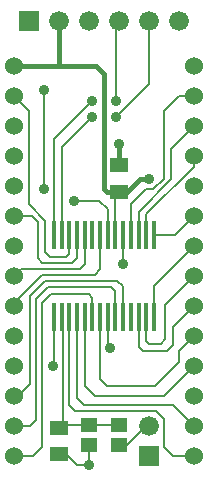
<source format=gtl>
%FSLAX25Y25*%
%MOIN*%
G70*
G01*
G75*
G04 Layer_Physical_Order=1*
G04 Layer_Color=255*
%ADD10R,0.05512X0.04921*%
%ADD11R,0.06102X0.04921*%
%ADD12R,0.01772X0.09449*%
%ADD13C,0.00700*%
%ADD14C,0.01500*%
%ADD15C,0.06600*%
%ADD16R,0.06600X0.06600*%
%ADD17C,0.06000*%
%ADD18R,0.06600X0.06600*%
%ADD19C,0.03600*%
D10*
X35000Y-126445D02*
D03*
Y-119555D02*
D03*
X25000D02*
D03*
Y-126445D02*
D03*
D11*
X15000Y-129429D02*
D03*
Y-120571D02*
D03*
X35000Y-33071D02*
D03*
Y-41929D02*
D03*
D12*
X13366Y-83780D02*
D03*
X15925D02*
D03*
X18484D02*
D03*
X21043D02*
D03*
X23602D02*
D03*
X26161D02*
D03*
X28721D02*
D03*
X31280D02*
D03*
X33839D02*
D03*
X36398D02*
D03*
X38957D02*
D03*
X41516D02*
D03*
X44075D02*
D03*
X46634D02*
D03*
X13366Y-56221D02*
D03*
X15925D02*
D03*
X18484D02*
D03*
X21043D02*
D03*
X23602D02*
D03*
X26161D02*
D03*
X28721D02*
D03*
X31280D02*
D03*
X33839D02*
D03*
X36398D02*
D03*
X38957D02*
D03*
X41516D02*
D03*
X44075D02*
D03*
X46634D02*
D03*
D13*
X55000Y-95000D02*
X60000Y-90000D01*
X55000Y-98500D02*
Y-95000D01*
X47000Y-106500D02*
X55000Y-98500D01*
X31000Y-106500D02*
X47000D01*
X60000Y-33500D02*
Y-30000D01*
X44075Y-49425D02*
X60000Y-33500D01*
X44075Y-56221D02*
Y-49425D01*
X52500Y-27500D02*
X60000Y-20000D01*
X52500Y-37500D02*
Y-27500D01*
X41516Y-48484D02*
X52500Y-37500D01*
X41516Y-56221D02*
Y-48484D01*
X55000Y-10000D02*
X60000D01*
X50000Y-15000D02*
X55000Y-10000D01*
X50000Y-37500D02*
Y-15000D01*
X46500Y-41000D02*
X50000Y-37500D01*
X44000Y-41000D02*
X46500D01*
X38957Y-46043D02*
X44000Y-41000D01*
X38957Y-56221D02*
Y-46043D01*
X15429Y-127429D02*
X21000Y-133000D01*
X36398Y-66102D02*
Y-56221D01*
X46634D02*
X53780D01*
X60000Y-50000D01*
X46634Y-83780D02*
Y-73366D01*
X60000Y-60000D01*
X31280Y-93279D02*
X32000Y-94000D01*
X31280Y-93279D02*
Y-83780D01*
X25000Y-133000D02*
Y-126500D01*
Y-133000D02*
X25429D01*
X21000D02*
X25000D01*
X0Y-10000D02*
X5000Y-15000D01*
Y-46000D02*
Y-15000D01*
Y-46000D02*
X10500Y-51500D01*
Y-62000D02*
Y-51500D01*
X20000Y-45000D02*
X28500D01*
X31280Y-47780D01*
Y-56221D02*
Y-47780D01*
X33839Y-43091D02*
X35000Y-41929D01*
X33839Y-56221D02*
Y-43091D01*
X13366Y-56221D02*
Y-24134D01*
X0Y-50000D02*
X6000D01*
X8000Y-52000D01*
Y-64000D02*
Y-52000D01*
Y-64000D02*
X9500Y-65500D01*
X19500D01*
X21043Y-63957D01*
Y-56221D01*
X18484Y-62516D02*
Y-56221D01*
X17500Y-63500D02*
X18484Y-62516D01*
X12000Y-63500D02*
X17500D01*
X10500Y-62000D02*
X12000Y-63500D01*
X23602Y-65898D02*
Y-56221D01*
X22000Y-67500D02*
X23602Y-65898D01*
X2500Y-67500D02*
X22000D01*
X0Y-70000D02*
X2500Y-67500D01*
X28721Y-67779D02*
Y-56221D01*
X27000Y-69500D02*
X28721Y-67779D01*
X9500Y-69500D02*
X27000D01*
X0Y-79000D02*
X9500Y-69500D01*
X0Y-80000D02*
Y-79000D01*
X9500D02*
X12500Y-76000D01*
X9500Y-127000D02*
Y-79000D01*
X6500Y-130000D02*
X9500Y-127000D01*
X7500Y-77500D02*
X11500Y-73500D01*
X7500Y-118000D02*
Y-77500D01*
X5500Y-120000D02*
X7500Y-118000D01*
X5500Y-76500D02*
X10500Y-71500D01*
X5500Y-106000D02*
Y-76500D01*
X1500Y-110000D02*
X5500Y-106000D01*
X13366Y-99866D02*
Y-83780D01*
X36398D02*
Y-73398D01*
X34500Y-71500D02*
X36398Y-73398D01*
X10500Y-71500D02*
X34500D01*
X0Y-110000D02*
X1500D01*
X33839Y-83780D02*
Y-74839D01*
X32500Y-73500D02*
X33839Y-74839D01*
X11500Y-73500D02*
X32500D01*
X0Y-120000D02*
X5500D01*
X26161Y-83780D02*
Y-77161D01*
X25000Y-76000D02*
X26161Y-77161D01*
X12500Y-76000D02*
X25000D01*
X0Y-130000D02*
X6500D01*
X28721Y-104220D02*
Y-83780D01*
Y-104220D02*
X31000Y-106500D01*
X23602Y-106602D02*
Y-97102D01*
Y-106602D02*
X27000Y-110000D01*
X50000D01*
X60000Y-100000D01*
X23602Y-97102D02*
Y-83780D01*
X21043Y-110543D02*
Y-83780D01*
Y-110543D02*
X23500Y-113000D01*
X53000D01*
X60000Y-120000D01*
X18484Y-112984D02*
Y-83780D01*
Y-112984D02*
X20500Y-115000D01*
X47500D01*
X50000Y-117500D01*
Y-127000D02*
Y-117500D01*
Y-127000D02*
X53000Y-130000D01*
X60000D01*
X37000Y-127000D02*
X45445Y-118555D01*
X35000Y-128445D02*
X36555D01*
X25500Y-119500D02*
X35500D01*
X18000D02*
X25165D01*
X16425Y-119646D02*
Y-83780D01*
X15000Y-120571D02*
X15925Y-119646D01*
X9000Y-8000D02*
X10000Y-9000D01*
Y-41000D02*
Y-9000D01*
X13366Y-24134D02*
X26000Y-11500D01*
X34000D02*
Y14000D01*
X35000Y15000D01*
X34000Y-17000D02*
X45000Y-6000D01*
Y15000D01*
X15925Y-56221D02*
Y-27075D01*
X22500Y-20500D01*
X26000Y-17000D01*
X50500Y-79500D02*
X60000Y-70000D01*
X50500Y-91000D02*
Y-79500D01*
X49000Y-92500D02*
X50500Y-91000D01*
X45000Y-92500D02*
X49000D01*
X44075Y-91575D02*
X45000Y-92500D01*
X44075Y-91575D02*
Y-83780D01*
X53000Y-87000D02*
X60000Y-80000D01*
X53000Y-93000D02*
Y-87000D01*
X51000Y-95000D02*
X53000Y-93000D01*
X43000Y-95000D02*
X51000D01*
X41516Y-93516D02*
X43000Y-95000D01*
X41516Y-93516D02*
Y-83780D01*
D14*
X42000Y-37500D02*
X45000D01*
X37571Y-41929D02*
X42000Y-37500D01*
X35000Y-41929D02*
X37571D01*
X35000Y-33071D02*
Y-26000D01*
X30000Y-41000D02*
Y-2500D01*
Y-41000D02*
X30929Y-41929D01*
X35000D01*
X27500Y0D02*
X30000Y-2500D01*
X15000Y500D02*
Y15000D01*
X0Y0D02*
X27500D01*
D15*
X45000Y15000D02*
D03*
X35000D02*
D03*
X25000D02*
D03*
X15000D02*
D03*
X55000D02*
D03*
X45000Y-120000D02*
D03*
D16*
X5000Y15000D02*
D03*
D17*
X60000Y0D02*
D03*
Y-10000D02*
D03*
Y-20000D02*
D03*
Y-30000D02*
D03*
Y-40000D02*
D03*
Y-50000D02*
D03*
Y-60000D02*
D03*
Y-70000D02*
D03*
Y-80000D02*
D03*
Y-90000D02*
D03*
Y-100000D02*
D03*
Y-110000D02*
D03*
Y-120000D02*
D03*
Y-130000D02*
D03*
X0D02*
D03*
Y-120000D02*
D03*
Y-110000D02*
D03*
Y-100000D02*
D03*
Y-90000D02*
D03*
Y-80000D02*
D03*
Y-70000D02*
D03*
Y-60000D02*
D03*
Y-50000D02*
D03*
Y-40000D02*
D03*
Y-30000D02*
D03*
Y-20000D02*
D03*
Y-10000D02*
D03*
Y0D02*
D03*
D18*
X45000Y-130000D02*
D03*
D19*
X35000Y-26000D02*
D03*
X36398Y-66102D02*
D03*
X45000Y-37500D02*
D03*
X32000Y-94000D02*
D03*
X10000Y-41000D02*
D03*
X20000Y-45000D02*
D03*
X13000Y-100000D02*
D03*
X25000Y-133000D02*
D03*
X10000Y-8000D02*
D03*
X26000Y-11500D02*
D03*
X34000D02*
D03*
X26000Y-17000D02*
D03*
X34000D02*
D03*
M02*

</source>
